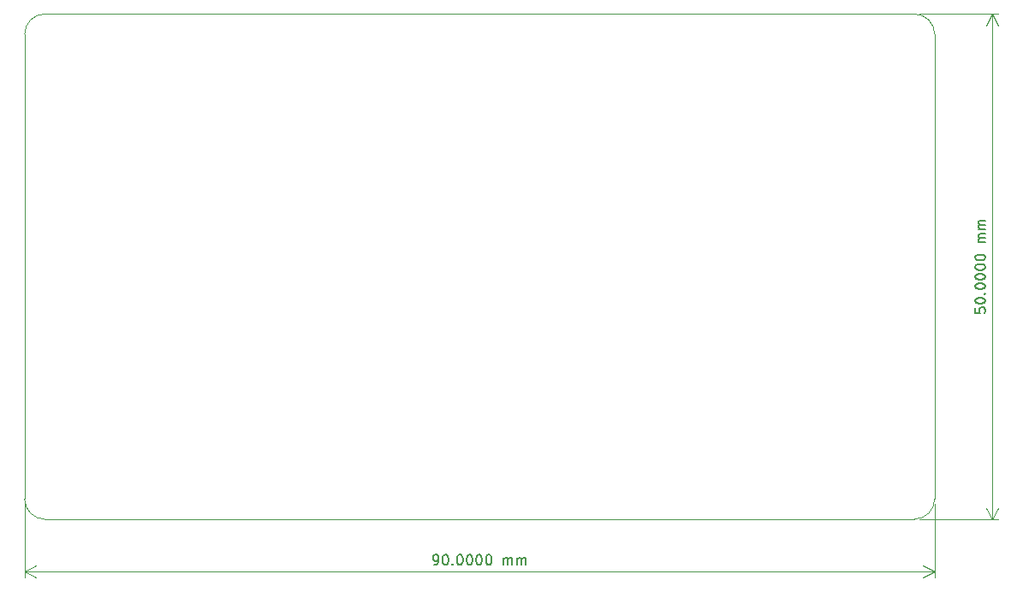
<source format=gbr>
%TF.GenerationSoftware,KiCad,Pcbnew,8.0.6*%
%TF.CreationDate,2024-12-12T22:55:37+09:00*%
%TF.ProjectId,basic_motor,62617369-635f-46d6-9f74-6f722e6b6963,rev?*%
%TF.SameCoordinates,Original*%
%TF.FileFunction,Profile,NP*%
%FSLAX46Y46*%
G04 Gerber Fmt 4.6, Leading zero omitted, Abs format (unit mm)*
G04 Created by KiCad (PCBNEW 8.0.6) date 2024-12-12 22:55:37*
%MOMM*%
%LPD*%
G01*
G04 APERTURE LIST*
%TA.AperFunction,Profile*%
%ADD10C,0.050000*%
%TD*%
%ADD11C,0.150000*%
G04 APERTURE END LIST*
D10*
X102000000Y-100000000D02*
G75*
G02*
X100000000Y-98000000I0J2000000D01*
G01*
X188000000Y-50000000D02*
G75*
G02*
X190000000Y-52000000I0J-2000000D01*
G01*
X190000000Y-52000000D02*
X190000000Y-98000000D01*
X100000000Y-52000000D02*
G75*
G02*
X102000000Y-50000000I2000000J0D01*
G01*
X188000000Y-100000000D02*
X102000000Y-100000000D01*
X102000000Y-50000000D02*
X188000000Y-50000000D01*
X190000000Y-98000000D02*
G75*
G02*
X188000000Y-100000000I-2000000J0D01*
G01*
X100000000Y-98000000D02*
X100000000Y-52000000D01*
D11*
X140476191Y-104504818D02*
X140666667Y-104504818D01*
X140666667Y-104504818D02*
X140761905Y-104457199D01*
X140761905Y-104457199D02*
X140809524Y-104409579D01*
X140809524Y-104409579D02*
X140904762Y-104266722D01*
X140904762Y-104266722D02*
X140952381Y-104076246D01*
X140952381Y-104076246D02*
X140952381Y-103695294D01*
X140952381Y-103695294D02*
X140904762Y-103600056D01*
X140904762Y-103600056D02*
X140857143Y-103552437D01*
X140857143Y-103552437D02*
X140761905Y-103504818D01*
X140761905Y-103504818D02*
X140571429Y-103504818D01*
X140571429Y-103504818D02*
X140476191Y-103552437D01*
X140476191Y-103552437D02*
X140428572Y-103600056D01*
X140428572Y-103600056D02*
X140380953Y-103695294D01*
X140380953Y-103695294D02*
X140380953Y-103933389D01*
X140380953Y-103933389D02*
X140428572Y-104028627D01*
X140428572Y-104028627D02*
X140476191Y-104076246D01*
X140476191Y-104076246D02*
X140571429Y-104123865D01*
X140571429Y-104123865D02*
X140761905Y-104123865D01*
X140761905Y-104123865D02*
X140857143Y-104076246D01*
X140857143Y-104076246D02*
X140904762Y-104028627D01*
X140904762Y-104028627D02*
X140952381Y-103933389D01*
X141571429Y-103504818D02*
X141666667Y-103504818D01*
X141666667Y-103504818D02*
X141761905Y-103552437D01*
X141761905Y-103552437D02*
X141809524Y-103600056D01*
X141809524Y-103600056D02*
X141857143Y-103695294D01*
X141857143Y-103695294D02*
X141904762Y-103885770D01*
X141904762Y-103885770D02*
X141904762Y-104123865D01*
X141904762Y-104123865D02*
X141857143Y-104314341D01*
X141857143Y-104314341D02*
X141809524Y-104409579D01*
X141809524Y-104409579D02*
X141761905Y-104457199D01*
X141761905Y-104457199D02*
X141666667Y-104504818D01*
X141666667Y-104504818D02*
X141571429Y-104504818D01*
X141571429Y-104504818D02*
X141476191Y-104457199D01*
X141476191Y-104457199D02*
X141428572Y-104409579D01*
X141428572Y-104409579D02*
X141380953Y-104314341D01*
X141380953Y-104314341D02*
X141333334Y-104123865D01*
X141333334Y-104123865D02*
X141333334Y-103885770D01*
X141333334Y-103885770D02*
X141380953Y-103695294D01*
X141380953Y-103695294D02*
X141428572Y-103600056D01*
X141428572Y-103600056D02*
X141476191Y-103552437D01*
X141476191Y-103552437D02*
X141571429Y-103504818D01*
X142333334Y-104409579D02*
X142380953Y-104457199D01*
X142380953Y-104457199D02*
X142333334Y-104504818D01*
X142333334Y-104504818D02*
X142285715Y-104457199D01*
X142285715Y-104457199D02*
X142333334Y-104409579D01*
X142333334Y-104409579D02*
X142333334Y-104504818D01*
X143000000Y-103504818D02*
X143095238Y-103504818D01*
X143095238Y-103504818D02*
X143190476Y-103552437D01*
X143190476Y-103552437D02*
X143238095Y-103600056D01*
X143238095Y-103600056D02*
X143285714Y-103695294D01*
X143285714Y-103695294D02*
X143333333Y-103885770D01*
X143333333Y-103885770D02*
X143333333Y-104123865D01*
X143333333Y-104123865D02*
X143285714Y-104314341D01*
X143285714Y-104314341D02*
X143238095Y-104409579D01*
X143238095Y-104409579D02*
X143190476Y-104457199D01*
X143190476Y-104457199D02*
X143095238Y-104504818D01*
X143095238Y-104504818D02*
X143000000Y-104504818D01*
X143000000Y-104504818D02*
X142904762Y-104457199D01*
X142904762Y-104457199D02*
X142857143Y-104409579D01*
X142857143Y-104409579D02*
X142809524Y-104314341D01*
X142809524Y-104314341D02*
X142761905Y-104123865D01*
X142761905Y-104123865D02*
X142761905Y-103885770D01*
X142761905Y-103885770D02*
X142809524Y-103695294D01*
X142809524Y-103695294D02*
X142857143Y-103600056D01*
X142857143Y-103600056D02*
X142904762Y-103552437D01*
X142904762Y-103552437D02*
X143000000Y-103504818D01*
X143952381Y-103504818D02*
X144047619Y-103504818D01*
X144047619Y-103504818D02*
X144142857Y-103552437D01*
X144142857Y-103552437D02*
X144190476Y-103600056D01*
X144190476Y-103600056D02*
X144238095Y-103695294D01*
X144238095Y-103695294D02*
X144285714Y-103885770D01*
X144285714Y-103885770D02*
X144285714Y-104123865D01*
X144285714Y-104123865D02*
X144238095Y-104314341D01*
X144238095Y-104314341D02*
X144190476Y-104409579D01*
X144190476Y-104409579D02*
X144142857Y-104457199D01*
X144142857Y-104457199D02*
X144047619Y-104504818D01*
X144047619Y-104504818D02*
X143952381Y-104504818D01*
X143952381Y-104504818D02*
X143857143Y-104457199D01*
X143857143Y-104457199D02*
X143809524Y-104409579D01*
X143809524Y-104409579D02*
X143761905Y-104314341D01*
X143761905Y-104314341D02*
X143714286Y-104123865D01*
X143714286Y-104123865D02*
X143714286Y-103885770D01*
X143714286Y-103885770D02*
X143761905Y-103695294D01*
X143761905Y-103695294D02*
X143809524Y-103600056D01*
X143809524Y-103600056D02*
X143857143Y-103552437D01*
X143857143Y-103552437D02*
X143952381Y-103504818D01*
X144904762Y-103504818D02*
X145000000Y-103504818D01*
X145000000Y-103504818D02*
X145095238Y-103552437D01*
X145095238Y-103552437D02*
X145142857Y-103600056D01*
X145142857Y-103600056D02*
X145190476Y-103695294D01*
X145190476Y-103695294D02*
X145238095Y-103885770D01*
X145238095Y-103885770D02*
X145238095Y-104123865D01*
X145238095Y-104123865D02*
X145190476Y-104314341D01*
X145190476Y-104314341D02*
X145142857Y-104409579D01*
X145142857Y-104409579D02*
X145095238Y-104457199D01*
X145095238Y-104457199D02*
X145000000Y-104504818D01*
X145000000Y-104504818D02*
X144904762Y-104504818D01*
X144904762Y-104504818D02*
X144809524Y-104457199D01*
X144809524Y-104457199D02*
X144761905Y-104409579D01*
X144761905Y-104409579D02*
X144714286Y-104314341D01*
X144714286Y-104314341D02*
X144666667Y-104123865D01*
X144666667Y-104123865D02*
X144666667Y-103885770D01*
X144666667Y-103885770D02*
X144714286Y-103695294D01*
X144714286Y-103695294D02*
X144761905Y-103600056D01*
X144761905Y-103600056D02*
X144809524Y-103552437D01*
X144809524Y-103552437D02*
X144904762Y-103504818D01*
X145857143Y-103504818D02*
X145952381Y-103504818D01*
X145952381Y-103504818D02*
X146047619Y-103552437D01*
X146047619Y-103552437D02*
X146095238Y-103600056D01*
X146095238Y-103600056D02*
X146142857Y-103695294D01*
X146142857Y-103695294D02*
X146190476Y-103885770D01*
X146190476Y-103885770D02*
X146190476Y-104123865D01*
X146190476Y-104123865D02*
X146142857Y-104314341D01*
X146142857Y-104314341D02*
X146095238Y-104409579D01*
X146095238Y-104409579D02*
X146047619Y-104457199D01*
X146047619Y-104457199D02*
X145952381Y-104504818D01*
X145952381Y-104504818D02*
X145857143Y-104504818D01*
X145857143Y-104504818D02*
X145761905Y-104457199D01*
X145761905Y-104457199D02*
X145714286Y-104409579D01*
X145714286Y-104409579D02*
X145666667Y-104314341D01*
X145666667Y-104314341D02*
X145619048Y-104123865D01*
X145619048Y-104123865D02*
X145619048Y-103885770D01*
X145619048Y-103885770D02*
X145666667Y-103695294D01*
X145666667Y-103695294D02*
X145714286Y-103600056D01*
X145714286Y-103600056D02*
X145761905Y-103552437D01*
X145761905Y-103552437D02*
X145857143Y-103504818D01*
X147380953Y-104504818D02*
X147380953Y-103838151D01*
X147380953Y-103933389D02*
X147428572Y-103885770D01*
X147428572Y-103885770D02*
X147523810Y-103838151D01*
X147523810Y-103838151D02*
X147666667Y-103838151D01*
X147666667Y-103838151D02*
X147761905Y-103885770D01*
X147761905Y-103885770D02*
X147809524Y-103981008D01*
X147809524Y-103981008D02*
X147809524Y-104504818D01*
X147809524Y-103981008D02*
X147857143Y-103885770D01*
X147857143Y-103885770D02*
X147952381Y-103838151D01*
X147952381Y-103838151D02*
X148095238Y-103838151D01*
X148095238Y-103838151D02*
X148190477Y-103885770D01*
X148190477Y-103885770D02*
X148238096Y-103981008D01*
X148238096Y-103981008D02*
X148238096Y-104504818D01*
X148714286Y-104504818D02*
X148714286Y-103838151D01*
X148714286Y-103933389D02*
X148761905Y-103885770D01*
X148761905Y-103885770D02*
X148857143Y-103838151D01*
X148857143Y-103838151D02*
X149000000Y-103838151D01*
X149000000Y-103838151D02*
X149095238Y-103885770D01*
X149095238Y-103885770D02*
X149142857Y-103981008D01*
X149142857Y-103981008D02*
X149142857Y-104504818D01*
X149142857Y-103981008D02*
X149190476Y-103885770D01*
X149190476Y-103885770D02*
X149285714Y-103838151D01*
X149285714Y-103838151D02*
X149428571Y-103838151D01*
X149428571Y-103838151D02*
X149523810Y-103885770D01*
X149523810Y-103885770D02*
X149571429Y-103981008D01*
X149571429Y-103981008D02*
X149571429Y-104504818D01*
D10*
X100000000Y-98500000D02*
X100000000Y-105786419D01*
X190000000Y-98500000D02*
X190000000Y-105786419D01*
X100000000Y-105199999D02*
X190000000Y-105199999D01*
X100000000Y-105199999D02*
X190000000Y-105199999D01*
X100000000Y-105199999D02*
X101126504Y-104613578D01*
X100000000Y-105199999D02*
X101126504Y-105786420D01*
X190000000Y-105199999D02*
X188873496Y-105786420D01*
X190000000Y-105199999D02*
X188873496Y-104613578D01*
D11*
X194004819Y-79095237D02*
X194004819Y-79571427D01*
X194004819Y-79571427D02*
X194481009Y-79619046D01*
X194481009Y-79619046D02*
X194433390Y-79571427D01*
X194433390Y-79571427D02*
X194385771Y-79476189D01*
X194385771Y-79476189D02*
X194385771Y-79238094D01*
X194385771Y-79238094D02*
X194433390Y-79142856D01*
X194433390Y-79142856D02*
X194481009Y-79095237D01*
X194481009Y-79095237D02*
X194576247Y-79047618D01*
X194576247Y-79047618D02*
X194814342Y-79047618D01*
X194814342Y-79047618D02*
X194909580Y-79095237D01*
X194909580Y-79095237D02*
X194957200Y-79142856D01*
X194957200Y-79142856D02*
X195004819Y-79238094D01*
X195004819Y-79238094D02*
X195004819Y-79476189D01*
X195004819Y-79476189D02*
X194957200Y-79571427D01*
X194957200Y-79571427D02*
X194909580Y-79619046D01*
X194004819Y-78428570D02*
X194004819Y-78333332D01*
X194004819Y-78333332D02*
X194052438Y-78238094D01*
X194052438Y-78238094D02*
X194100057Y-78190475D01*
X194100057Y-78190475D02*
X194195295Y-78142856D01*
X194195295Y-78142856D02*
X194385771Y-78095237D01*
X194385771Y-78095237D02*
X194623866Y-78095237D01*
X194623866Y-78095237D02*
X194814342Y-78142856D01*
X194814342Y-78142856D02*
X194909580Y-78190475D01*
X194909580Y-78190475D02*
X194957200Y-78238094D01*
X194957200Y-78238094D02*
X195004819Y-78333332D01*
X195004819Y-78333332D02*
X195004819Y-78428570D01*
X195004819Y-78428570D02*
X194957200Y-78523808D01*
X194957200Y-78523808D02*
X194909580Y-78571427D01*
X194909580Y-78571427D02*
X194814342Y-78619046D01*
X194814342Y-78619046D02*
X194623866Y-78666665D01*
X194623866Y-78666665D02*
X194385771Y-78666665D01*
X194385771Y-78666665D02*
X194195295Y-78619046D01*
X194195295Y-78619046D02*
X194100057Y-78571427D01*
X194100057Y-78571427D02*
X194052438Y-78523808D01*
X194052438Y-78523808D02*
X194004819Y-78428570D01*
X194909580Y-77666665D02*
X194957200Y-77619046D01*
X194957200Y-77619046D02*
X195004819Y-77666665D01*
X195004819Y-77666665D02*
X194957200Y-77714284D01*
X194957200Y-77714284D02*
X194909580Y-77666665D01*
X194909580Y-77666665D02*
X195004819Y-77666665D01*
X194004819Y-76999999D02*
X194004819Y-76904761D01*
X194004819Y-76904761D02*
X194052438Y-76809523D01*
X194052438Y-76809523D02*
X194100057Y-76761904D01*
X194100057Y-76761904D02*
X194195295Y-76714285D01*
X194195295Y-76714285D02*
X194385771Y-76666666D01*
X194385771Y-76666666D02*
X194623866Y-76666666D01*
X194623866Y-76666666D02*
X194814342Y-76714285D01*
X194814342Y-76714285D02*
X194909580Y-76761904D01*
X194909580Y-76761904D02*
X194957200Y-76809523D01*
X194957200Y-76809523D02*
X195004819Y-76904761D01*
X195004819Y-76904761D02*
X195004819Y-76999999D01*
X195004819Y-76999999D02*
X194957200Y-77095237D01*
X194957200Y-77095237D02*
X194909580Y-77142856D01*
X194909580Y-77142856D02*
X194814342Y-77190475D01*
X194814342Y-77190475D02*
X194623866Y-77238094D01*
X194623866Y-77238094D02*
X194385771Y-77238094D01*
X194385771Y-77238094D02*
X194195295Y-77190475D01*
X194195295Y-77190475D02*
X194100057Y-77142856D01*
X194100057Y-77142856D02*
X194052438Y-77095237D01*
X194052438Y-77095237D02*
X194004819Y-76999999D01*
X194004819Y-76047618D02*
X194004819Y-75952380D01*
X194004819Y-75952380D02*
X194052438Y-75857142D01*
X194052438Y-75857142D02*
X194100057Y-75809523D01*
X194100057Y-75809523D02*
X194195295Y-75761904D01*
X194195295Y-75761904D02*
X194385771Y-75714285D01*
X194385771Y-75714285D02*
X194623866Y-75714285D01*
X194623866Y-75714285D02*
X194814342Y-75761904D01*
X194814342Y-75761904D02*
X194909580Y-75809523D01*
X194909580Y-75809523D02*
X194957200Y-75857142D01*
X194957200Y-75857142D02*
X195004819Y-75952380D01*
X195004819Y-75952380D02*
X195004819Y-76047618D01*
X195004819Y-76047618D02*
X194957200Y-76142856D01*
X194957200Y-76142856D02*
X194909580Y-76190475D01*
X194909580Y-76190475D02*
X194814342Y-76238094D01*
X194814342Y-76238094D02*
X194623866Y-76285713D01*
X194623866Y-76285713D02*
X194385771Y-76285713D01*
X194385771Y-76285713D02*
X194195295Y-76238094D01*
X194195295Y-76238094D02*
X194100057Y-76190475D01*
X194100057Y-76190475D02*
X194052438Y-76142856D01*
X194052438Y-76142856D02*
X194004819Y-76047618D01*
X194004819Y-75095237D02*
X194004819Y-74999999D01*
X194004819Y-74999999D02*
X194052438Y-74904761D01*
X194052438Y-74904761D02*
X194100057Y-74857142D01*
X194100057Y-74857142D02*
X194195295Y-74809523D01*
X194195295Y-74809523D02*
X194385771Y-74761904D01*
X194385771Y-74761904D02*
X194623866Y-74761904D01*
X194623866Y-74761904D02*
X194814342Y-74809523D01*
X194814342Y-74809523D02*
X194909580Y-74857142D01*
X194909580Y-74857142D02*
X194957200Y-74904761D01*
X194957200Y-74904761D02*
X195004819Y-74999999D01*
X195004819Y-74999999D02*
X195004819Y-75095237D01*
X195004819Y-75095237D02*
X194957200Y-75190475D01*
X194957200Y-75190475D02*
X194909580Y-75238094D01*
X194909580Y-75238094D02*
X194814342Y-75285713D01*
X194814342Y-75285713D02*
X194623866Y-75333332D01*
X194623866Y-75333332D02*
X194385771Y-75333332D01*
X194385771Y-75333332D02*
X194195295Y-75285713D01*
X194195295Y-75285713D02*
X194100057Y-75238094D01*
X194100057Y-75238094D02*
X194052438Y-75190475D01*
X194052438Y-75190475D02*
X194004819Y-75095237D01*
X194004819Y-74142856D02*
X194004819Y-74047618D01*
X194004819Y-74047618D02*
X194052438Y-73952380D01*
X194052438Y-73952380D02*
X194100057Y-73904761D01*
X194100057Y-73904761D02*
X194195295Y-73857142D01*
X194195295Y-73857142D02*
X194385771Y-73809523D01*
X194385771Y-73809523D02*
X194623866Y-73809523D01*
X194623866Y-73809523D02*
X194814342Y-73857142D01*
X194814342Y-73857142D02*
X194909580Y-73904761D01*
X194909580Y-73904761D02*
X194957200Y-73952380D01*
X194957200Y-73952380D02*
X195004819Y-74047618D01*
X195004819Y-74047618D02*
X195004819Y-74142856D01*
X195004819Y-74142856D02*
X194957200Y-74238094D01*
X194957200Y-74238094D02*
X194909580Y-74285713D01*
X194909580Y-74285713D02*
X194814342Y-74333332D01*
X194814342Y-74333332D02*
X194623866Y-74380951D01*
X194623866Y-74380951D02*
X194385771Y-74380951D01*
X194385771Y-74380951D02*
X194195295Y-74333332D01*
X194195295Y-74333332D02*
X194100057Y-74285713D01*
X194100057Y-74285713D02*
X194052438Y-74238094D01*
X194052438Y-74238094D02*
X194004819Y-74142856D01*
X195004819Y-72619046D02*
X194338152Y-72619046D01*
X194433390Y-72619046D02*
X194385771Y-72571427D01*
X194385771Y-72571427D02*
X194338152Y-72476189D01*
X194338152Y-72476189D02*
X194338152Y-72333332D01*
X194338152Y-72333332D02*
X194385771Y-72238094D01*
X194385771Y-72238094D02*
X194481009Y-72190475D01*
X194481009Y-72190475D02*
X195004819Y-72190475D01*
X194481009Y-72190475D02*
X194385771Y-72142856D01*
X194385771Y-72142856D02*
X194338152Y-72047618D01*
X194338152Y-72047618D02*
X194338152Y-71904761D01*
X194338152Y-71904761D02*
X194385771Y-71809522D01*
X194385771Y-71809522D02*
X194481009Y-71761903D01*
X194481009Y-71761903D02*
X195004819Y-71761903D01*
X195004819Y-71285713D02*
X194338152Y-71285713D01*
X194433390Y-71285713D02*
X194385771Y-71238094D01*
X194385771Y-71238094D02*
X194338152Y-71142856D01*
X194338152Y-71142856D02*
X194338152Y-70999999D01*
X194338152Y-70999999D02*
X194385771Y-70904761D01*
X194385771Y-70904761D02*
X194481009Y-70857142D01*
X194481009Y-70857142D02*
X195004819Y-70857142D01*
X194481009Y-70857142D02*
X194385771Y-70809523D01*
X194385771Y-70809523D02*
X194338152Y-70714285D01*
X194338152Y-70714285D02*
X194338152Y-70571428D01*
X194338152Y-70571428D02*
X194385771Y-70476189D01*
X194385771Y-70476189D02*
X194481009Y-70428570D01*
X194481009Y-70428570D02*
X195004819Y-70428570D01*
D10*
X188500000Y-100000000D02*
X196286420Y-100000000D01*
X188500000Y-50000000D02*
X196286420Y-50000000D01*
X195700000Y-100000000D02*
X195700000Y-50000000D01*
X195700000Y-100000000D02*
X195700000Y-50000000D01*
X195700000Y-100000000D02*
X195113579Y-98873496D01*
X195700000Y-100000000D02*
X196286421Y-98873496D01*
X195700000Y-50000000D02*
X196286421Y-51126504D01*
X195700000Y-50000000D02*
X195113579Y-51126504D01*
M02*

</source>
